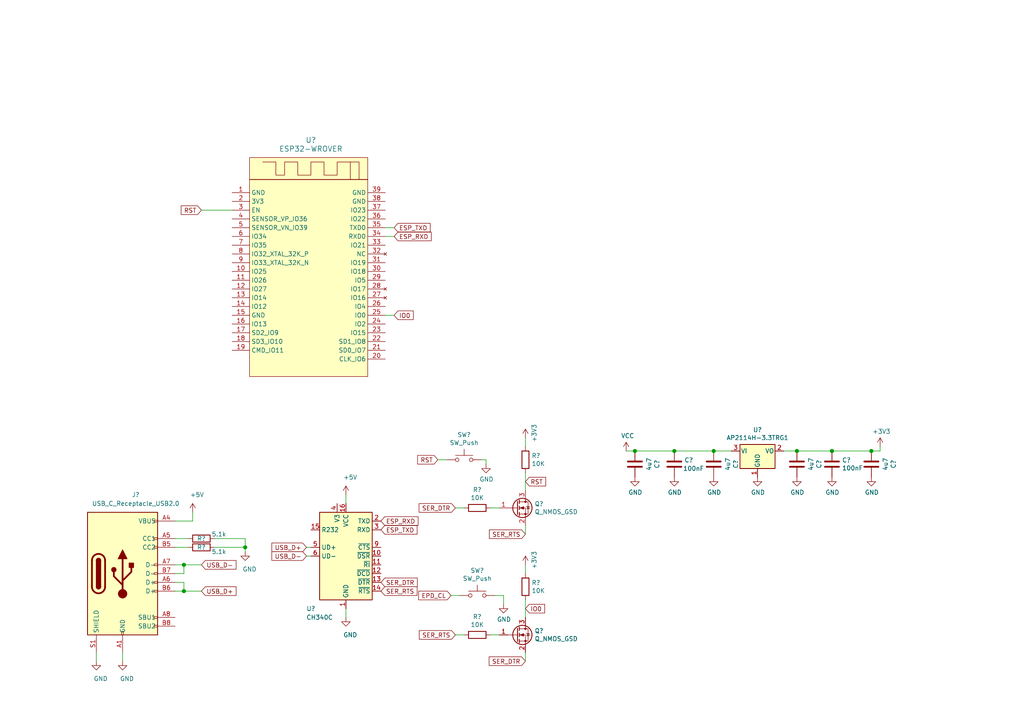
<source format=kicad_sch>
(kicad_sch (version 20200714) (host eeschema "(5.99.0-2782-g683c5b0c0)")
  (page 1 1)
  (paper "A4")
  (lib_symbols
    (symbol "Connector:USB_C_Receptacle_USB2.0"
      (property "Reference" "J" (at -10.16 19.05 0))
      (property "Value" "USB_C_Receptacle_USB2.0" (at 19.05 19.05 0))
      (symbol "USB_C_Receptacle_USB2.0_0_1"
        (arc (start -8.89 -3.81) (end -5.08 -3.81) (radius (at -6.985 -3.81) (length 1.905) (angles -179.9 -0.1)) (stroke (width 0.508)))
        (arc (start -7.62 -3.81) (end -6.35 -3.81) (radius (at -6.985 -3.81) (length 0.635) (angles -179.9 -0.1)) (stroke (width 0.254)))
        (arc (start -7.62 -3.81) (end -6.35 -3.81) (radius (at -6.985 -3.81) (length 0.635) (angles -179.9 -0.1)) (stroke (width 0.254)) (fill (type outline)))
        (arc (start -6.35 3.81) (end -7.62 3.81) (radius (at -6.985 3.81) (length 0.635) (angles 0.1 179.9)) (stroke (width 0.254)) (fill (type outline)))
        (arc (start -6.35 3.81) (end -7.62 3.81) (radius (at -6.985 3.81) (length 0.635) (angles 0.1 179.9)) (stroke (width 0.254)))
        (arc (start -5.08 3.81) (end -8.89 3.81) (radius (at -6.985 3.81) (length 1.905) (angles 0.1 179.9)) (stroke (width 0.508)))
        (circle (center -2.54 1.143) (radius 0.635) (stroke (width 0.254)) (fill (type outline)))
        (circle (center 0 -5.842) (radius 1.27) (fill (type outline)))
        (rectangle (start -10.16 17.78) (end 10.16 -17.78) (stroke (width 0.254)) (fill (type background)))
        (rectangle (start -7.62 -3.81) (end -6.35 3.81) (stroke (width 0.254)) (fill (type outline)))
        (rectangle (start 1.905 1.778) (end 3.175 3.048) (stroke (width 0.254)) (fill (type outline)))
        (polyline (pts (xy -8.89 -3.81) (xy -8.89 3.81)) (stroke (width 0.508)))
        (polyline (pts (xy -5.08 3.81) (xy -5.08 -3.81)) (stroke (width 0.508)))
        (polyline (pts (xy 0 -5.842) (xy 0 4.318)) (stroke (width 0.508)))
        (polyline (pts (xy 0 -3.302) (xy -2.54 -0.762) (xy -2.54 0.508)) (stroke (width 0.508)))
        (polyline (pts (xy 0 -2.032) (xy 2.54 0.508) (xy 2.54 1.778)) (stroke (width 0.508)))
        (polyline (pts (xy -1.27 4.318) (xy 0 6.858) (xy 1.27 4.318) (xy -1.27 4.318)) (stroke (width 0.254)) (fill (type outline)))
      )
      (symbol "USB_C_Receptacle_USB2.0_0_0"
        (rectangle (start -0.254 -17.78) (end 0.254 -16.764))
        (rectangle (start 10.16 -14.986) (end 9.144 -15.494))
        (rectangle (start 10.16 -12.446) (end 9.144 -12.954))
        (rectangle (start 10.16 -4.826) (end 9.144 -5.334))
        (rectangle (start 10.16 -2.286) (end 9.144 -2.794))
        (rectangle (start 10.16 0.254) (end 9.144 -0.254))
        (rectangle (start 10.16 2.794) (end 9.144 2.286))
        (rectangle (start 10.16 7.874) (end 9.144 7.366))
        (rectangle (start 10.16 10.414) (end 9.144 9.906))
        (rectangle (start 10.16 15.494) (end 9.144 14.986))
      )
      (symbol "USB_C_Receptacle_USB2.0_1_1"
        (pin power_in line (at 0 -22.86 90) (length 5.08) (name "GND") (number "A1"))
        (pin passive line (at 0 -22.86 90) (length 5.08) hide (name "GND") (number "A12"))
        (pin power_in line (at 15.24 15.24 180) (length 5.08) (name "VBUS") (number "A4"))
        (pin bidirectional line (at 15.24 10.16 180) (length 5.08) (name "CC1") (number "A5"))
        (pin bidirectional line (at 15.24 -2.54 180) (length 5.08) (name "D+") (number "A6"))
        (pin bidirectional line (at 15.24 2.54 180) (length 5.08) (name "D-") (number "A7"))
        (pin bidirectional line (at 15.24 -12.7 180) (length 5.08) (name "SBU1") (number "A8"))
        (pin passive line (at 15.24 15.24 180) (length 5.08) hide (name "VBUS") (number "A9"))
        (pin passive line (at 0 -22.86 90) (length 5.08) hide (name "GND") (number "B1"))
        (pin passive line (at 0 -22.86 90) (length 5.08) hide (name "GND") (number "B12"))
        (pin passive line (at 15.24 15.24 180) (length 5.08) hide (name "VBUS") (number "B4"))
        (pin bidirectional line (at 15.24 7.62 180) (length 5.08) (name "CC2") (number "B5"))
        (pin bidirectional line (at 15.24 -5.08 180) (length 5.08) (name "D+") (number "B6"))
        (pin bidirectional line (at 15.24 0 180) (length 5.08) (name "D-") (number "B7"))
        (pin bidirectional line (at 15.24 -15.24 180) (length 5.08) (name "SBU2") (number "B8"))
        (pin passive line (at 15.24 15.24 180) (length 5.08) hide (name "VBUS") (number "B9"))
        (pin passive line (at -7.62 -22.86 90) (length 5.08) (name "SHIELD") (number "S1"))
      )
    )
    (symbol "Device:C" (pin_numbers hide) (pin_names (offset 0.254))
      (property "Reference" "C" (at 0.635 2.54 0))
      (property "Value" "C" (at 0.635 -2.54 0))
      (symbol "C_0_1"
        (polyline (pts (xy -2.032 -0.762) (xy 2.032 -0.762)) (stroke (width 0.508)))
        (polyline (pts (xy -2.032 0.762) (xy 2.032 0.762)) (stroke (width 0.508)))
      )
      (symbol "C_1_1"
        (pin passive line (at 0 3.81 270) (length 2.794) (name "~") (number "1"))
        (pin passive line (at 0 -3.81 90) (length 2.794) (name "~") (number "2"))
      )
    )
    (symbol "Device:Q_NMOS_GSD" (pin_names (offset 0) hide)
      (property "Reference" "Q" (at 5.08 1.27 0))
      (property "Value" "Q_NMOS_GSD" (at 5.08 -1.27 0))
      (symbol "Q_NMOS_GSD_0_1"
        (circle (center 1.651 0) (radius 2.794) (stroke (width 0.254)))
        (circle (center 2.54 -1.778) (radius 0.254) (fill (type outline)))
        (circle (center 2.54 1.778) (radius 0.254) (fill (type outline)))
        (polyline (pts (xy 0.254 0) (xy -2.54 0)))
        (polyline (pts (xy 0.254 1.905) (xy 0.254 -1.905)) (stroke (width 0.254)))
        (polyline (pts (xy 0.762 -1.27) (xy 0.762 -2.286)) (stroke (width 0.254)))
        (polyline (pts (xy 0.762 0.508) (xy 0.762 -0.508)) (stroke (width 0.254)))
        (polyline (pts (xy 0.762 2.286) (xy 0.762 1.27)) (stroke (width 0.254)))
        (polyline (pts (xy 2.54 2.54) (xy 2.54 1.778)))
        (polyline (pts (xy 2.54 -2.54) (xy 2.54 0) (xy 0.762 0)))
        (polyline (pts (xy 0.762 -1.778) (xy 3.302 -1.778) (xy 3.302 1.778) (xy 0.762 1.778)))
        (polyline (pts (xy 1.016 0) (xy 2.032 0.381) (xy 2.032 -0.381) (xy 1.016 0)) (fill (type outline)))
        (polyline (pts (xy 2.794 0.508) (xy 2.921 0.381) (xy 3.683 0.381) (xy 3.81 0.254)))
        (polyline (pts (xy 3.302 0.381) (xy 2.921 -0.254) (xy 3.683 -0.254) (xy 3.302 0.381)))
      )
      (symbol "Q_NMOS_GSD_1_1"
        (pin input line (at -5.08 0 0) (length 2.54) (name "G") (number "1"))
        (pin passive line (at 2.54 -5.08 90) (length 2.54) (name "S") (number "2"))
        (pin passive line (at 2.54 5.08 270) (length 2.54) (name "D") (number "3"))
      )
    )
    (symbol "Device:R" (pin_numbers hide) (pin_names (offset 0))
      (property "Reference" "R" (at 2.032 0 90))
      (property "Value" "R" (at 0 0 90))
      (symbol "R_0_1"
        (rectangle (start -1.016 -2.54) (end 1.016 2.54) (stroke (width 0.254)))
      )
      (symbol "R_1_1"
        (pin passive line (at 0 3.81 270) (length 1.27) (name "~") (number "1"))
        (pin passive line (at 0 -3.81 90) (length 1.27) (name "~") (number "2"))
      )
    )
    (symbol "Interface_USB:CH340C" (pin_names (offset 0.508))
      (property "Reference" "U" (at -5.08 13.97 0))
      (property "Value" "CH340C" (at 1.27 13.97 0))
      (symbol "CH340C_0_1"
        (rectangle (start -7.62 12.7) (end 7.62 -12.7) (stroke (width 0.254)) (fill (type background)))
      )
      (symbol "CH340C_1_1"
        (pin power_in line (at 0 -15.24 90) (length 2.54) (name "GND") (number "1"))
        (pin input line (at 10.16 0 180) (length 2.54) (name "~DSR") (number "10"))
        (pin input line (at 10.16 -2.54 180) (length 2.54) (name "~RI") (number "11"))
        (pin input line (at 10.16 -5.08 180) (length 2.54) (name "~DCD") (number "12"))
        (pin output line (at 10.16 -7.62 180) (length 2.54) (name "~DTR") (number "13"))
        (pin output line (at 10.16 -10.16 180) (length 2.54) (name "~RTS") (number "14"))
        (pin input line (at -10.16 7.62 0) (length 2.54) (name "R232") (number "15"))
        (pin power_in line (at 0 15.24 270) (length 2.54) (name "VCC") (number "16"))
        (pin output line (at 10.16 10.16 180) (length 2.54) (name "TXD") (number "2"))
        (pin input line (at 10.16 7.62 180) (length 2.54) (name "RXD") (number "3"))
        (pin passive line (at -2.54 15.24 270) (length 2.54) (name "V3") (number "4"))
        (pin bidirectional line (at -10.16 2.54 0) (length 2.54) (name "UD+") (number "5"))
        (pin bidirectional line (at -10.16 0 0) (length 2.54) (name "UD-") (number "6"))
        (pin unconnected line (at -7.62 -7.62 0) (length 2.54) hide (name "NC") (number "7"))
        (pin unconnected line (at -7.62 -10.16 0) (length 2.54) hide (name "NC") (number "8"))
        (pin input line (at 10.16 2.54 180) (length 2.54) (name "~CTS") (number "9"))
      )
    )
    (symbol "Regulator_Linear:AMS1117-3.3" (pin_names (offset 0.254))
      (property "Reference" "U" (at -3.81 3.175 0))
      (property "Value" "AMS1117-3.3" (at 0 3.175 0))
      (symbol "AMS1117-3.3_0_1"
        (rectangle (start -5.08 -5.08) (end 5.08 1.905) (stroke (width 0.254)) (fill (type background)))
      )
      (symbol "AMS1117-3.3_1_1"
        (pin power_in line (at 0 -7.62 90) (length 2.54) (name "GND") (number "1"))
        (pin power_out line (at 7.62 0 180) (length 2.54) (name "VO") (number "2"))
        (pin power_in line (at -7.62 0 0) (length 2.54) (name "VI") (number "3"))
      )
    )
    (symbol "Switch:SW_Push" (pin_numbers hide) (pin_names hide)
      (property "Reference" "SW" (at 1.27 2.54 0))
      (property "Value" "SW_Push" (at 0 -1.524 0))
      (symbol "SW_Push_0_1"
        (circle (center -2.032 0) (radius 0.508))
        (circle (center 2.032 0) (radius 0.508))
        (polyline (pts (xy 0 1.27) (xy 0 3.048)))
        (polyline (pts (xy 2.54 1.27) (xy -2.54 1.27)))
        (pin passive line (at -5.08 0 0) (length 2.54) (name "1") (number "1"))
        (pin passive line (at 5.08 0 180) (length 2.54) (name "2") (number "2"))
      )
    )
    (symbol "esp32-wrover:ESP32-WROVER"
      (property "Reference" "U" (at -15.24 -33.02 0))
      (property "Value" "ESP32-WROVER" (at 6.35 -33.02 0))
      (symbol "ESP32-WROVER_0_1"
        (rectangle (start -17.78 22.86) (end 16.51 -34.29) (fill (type background)))
        (rectangle (start -17.78 29.21) (end 16.51 22.86) (fill (type background)))
        (polyline (pts (xy 11.43 27.94) (xy 13.97 27.94) (xy 13.97 22.86)))
        (polyline (pts (xy -13.97 27.94) (xy -10.16 27.94) (xy -10.16 24.13) (xy -7.62 24.13) (xy -7.62 27.94) (xy -3.81 27.94) (xy -3.81 24.13) (xy 0 24.13) (xy 0 27.94) (xy 3.81 27.94) (xy 3.81 24.13) (xy 7.62 24.13) (xy 7.62 27.94) (xy 11.43 27.94) (xy 11.43 22.86)))
      )
      (symbol "ESP32-WROVER_1_1"
        (pin power_in line (at -22.86 19.05 0) (length 5.08) (name "GND") (number "1"))
        (pin power_in line (at -22.86 16.51 0) (length 5.08) (name "3V3") (number "2"))
        (pin input line (at -22.86 13.97 0) (length 5.08) (name "EN") (number "3"))
        (pin input line (at -22.86 11.43 0) (length 5.08) (name "SENSOR_VP_IO36") (number "4"))
        (pin input line (at -22.86 8.89 0) (length 5.08) (name "SENSOR_VN_IO39") (number "5"))
        (pin input line (at -22.86 6.35 0) (length 5.08) (name "IO34") (number "6"))
        (pin input line (at -22.86 3.81 0) (length 5.08) (name "IO35") (number "7"))
        (pin bidirectional line (at -22.86 1.27 0) (length 5.08) (name "IO32_XTAL_32K_P") (number "8"))
        (pin bidirectional line (at -22.86 -1.27 0) (length 5.08) (name "IO33_XTAL_32K_N") (number "9"))
        (pin bidirectional line (at -22.86 -3.81 0) (length 5.08) (name "IO25") (number "10"))
        (pin bidirectional line (at 21.59 -29.21 180) (length 5.08) (name "CLK_IO6") (number "20"))
        (pin bidirectional line (at 21.59 -3.81 180) (length 5.08) (name "IO18") (number "30"))
        (pin bidirectional line (at -22.86 -6.35 0) (length 5.08) (name "IO26") (number "11"))
        (pin bidirectional line (at 21.59 -26.67 180) (length 5.08) (name "SD0_IO7") (number "21"))
        (pin bidirectional line (at 21.59 -1.27 180) (length 5.08) (name "IO19") (number "31"))
        (pin bidirectional line (at -22.86 -8.89 0) (length 5.08) (name "IO27") (number "12"))
        (pin bidirectional line (at 21.59 -24.13 180) (length 5.08) (name "SD1_IO8") (number "22"))
        (pin unconnected line (at 21.59 1.27 180) (length 5.08) (name "NC") (number "32"))
        (pin bidirectional line (at -22.86 -11.43 0) (length 5.08) (name "IO14") (number "13"))
        (pin bidirectional line (at 21.59 -21.59 180) (length 5.08) (name "IO15") (number "23"))
        (pin bidirectional line (at 21.59 3.81 180) (length 5.08) (name "IO21") (number "33"))
        (pin bidirectional line (at -22.86 -13.97 0) (length 5.08) (name "IO12") (number "14"))
        (pin bidirectional line (at 21.59 -19.05 180) (length 5.08) (name "IO2") (number "24"))
        (pin input line (at 21.59 6.35 180) (length 5.08) (name "RXD0") (number "34"))
        (pin power_in line (at -22.86 -16.51 0) (length 5.08) (name "GND") (number "15"))
        (pin bidirectional line (at 21.59 -16.51 180) (length 5.08) (name "IO0") (number "25"))
        (pin output line (at 21.59 8.89 180) (length 5.08) (name "TXD0") (number "35"))
        (pin bidirectional line (at -22.86 -19.05 0) (length 5.08) (name "IO13") (number "16"))
        (pin bidirectional line (at 21.59 -13.97 180) (length 5.08) (name "IO4") (number "26"))
        (pin bidirectional line (at 21.59 11.43 180) (length 5.08) (name "IO22") (number "36"))
        (pin bidirectional line (at -22.86 -21.59 0) (length 5.08) (name "SD2_IO9") (number "17"))
        (pin unconnected line (at 21.59 -11.43 180) (length 5.08) (name "IO16") (number "27"))
        (pin bidirectional line (at 21.59 13.97 180) (length 5.08) (name "IO23") (number "37"))
        (pin bidirectional line (at -22.86 -24.13 0) (length 5.08) (name "SD3_IO10") (number "18"))
        (pin unconnected line (at 21.59 -8.89 180) (length 5.08) (name "IO17") (number "28"))
        (pin power_in line (at 21.59 16.51 180) (length 5.08) (name "GND") (number "38"))
        (pin bidirectional line (at -22.86 -26.67 0) (length 5.08) (name "CMD_IO11") (number "19"))
        (pin bidirectional line (at 21.59 -6.35 180) (length 5.08) (name "IO5") (number "29"))
        (pin power_in line (at 21.59 19.05 180) (length 5.08) (name "GND") (number "39"))
      )
    )
    (symbol "power:+3.3V" (power) (pin_names (offset 0))
      (property "Value" "+3.3V" (at 0 3.556 0))
      (symbol "+3.3V_0_1"
        (polyline (pts (xy -0.762 1.27) (xy 0 2.54)))
        (polyline (pts (xy 0 0) (xy 0 2.54)))
        (polyline (pts (xy 0 2.54) (xy 0.762 1.27)))
      )
      (symbol "+3.3V_1_1"
        (pin power_in line (at 0 0 90) (length 0) hide (name "+3V3") (number "1"))
      )
    )
    (symbol "power:+5V" (power) (pin_names (offset 0))
      (property "Value" "+5V" (at 0 3.556 0))
      (symbol "+5V_0_1"
        (polyline (pts (xy -0.762 1.27) (xy 0 2.54)))
        (polyline (pts (xy 0 0) (xy 0 2.54)))
        (polyline (pts (xy 0 2.54) (xy 0.762 1.27)))
      )
      (symbol "+5V_1_1"
        (pin power_in line (at 0 0 90) (length 0) hide (name "+5V") (number "1"))
      )
    )
    (symbol "power:GND" (power) (pin_names (offset 0))
      (property "Value" "GND" (at 0 -3.81 0))
      (symbol "GND_0_1"
        (polyline (pts (xy 0 0) (xy 0 -1.27) (xy 1.27 -1.27) (xy 0 -2.54) (xy -1.27 -1.27) (xy 0 -1.27)))
      )
      (symbol "GND_1_1"
        (pin power_in line (at 0 0 270) (length 0) hide (name "GND") (number "1"))
      )
    )
    (symbol "power:VCC" (power) (pin_names (offset 0))
      (property "Value" "VCC" (at 0 3.81 0))
      (symbol "VCC_0_1"
        (polyline (pts (xy -0.762 1.27) (xy 0 2.54)))
        (polyline (pts (xy 0 0) (xy 0 2.54)))
        (polyline (pts (xy 0 2.54) (xy 0.762 1.27)))
      )
      (symbol "VCC_1_1"
        (pin power_in line (at 0 0 90) (length 0) hide (name "VCC") (number "1"))
      )
    )
  )
  (junction (at 53.34 163.83) (diameter 1.016))
  (junction (at 53.34 171.45) (diameter 1.016))
  (junction (at 71.12 158.75) (diameter 1.016))
  (junction (at 184.15 130.81) (diameter 1.016))
  (junction (at 195.58 130.81) (diameter 1.016))
  (junction (at 207.01 130.81) (diameter 1.016))
  (junction (at 231.14 130.81) (diameter 1.016))
  (junction (at 241.3 130.81) (diameter 1.016))
  (junction (at 252.73 130.81) (diameter 1.016))
  (wire (pts (xy 27.94 189.23) (xy 27.94 191.77)))
  (wire (pts (xy 35.56 189.23) (xy 35.56 191.77)))
  (wire (pts (xy 50.8 151.13) (xy 55.88 151.13)))
  (wire (pts (xy 50.8 156.21) (xy 54.61 156.21)))
  (wire (pts (xy 50.8 158.75) (xy 54.61 158.75)))
  (wire (pts (xy 50.8 163.83) (xy 53.34 163.83)))
  (wire (pts (xy 50.8 166.37) (xy 53.34 166.37)))
  (wire (pts (xy 50.8 168.91) (xy 53.34 168.91)))
  (wire (pts (xy 50.8 171.45) (xy 53.34 171.45)))
  (wire (pts (xy 53.34 163.83) (xy 58.42 163.83)))
  (wire (pts (xy 53.34 166.37) (xy 53.34 163.83)))
  (wire (pts (xy 53.34 168.91) (xy 53.34 171.45)))
  (wire (pts (xy 53.34 171.45) (xy 58.42 171.45)))
  (wire (pts (xy 55.88 151.13) (xy 55.88 148.59)))
  (wire (pts (xy 58.42 60.96) (xy 67.31 60.96)))
  (wire (pts (xy 62.23 156.21) (xy 71.12 156.21)))
  (wire (pts (xy 71.12 156.21) (xy 71.12 158.75)))
  (wire (pts (xy 71.12 158.75) (xy 62.23 158.75)))
  (wire (pts (xy 71.12 160.02) (xy 71.12 158.75)))
  (wire (pts (xy 88.9 158.75) (xy 90.17 158.75)))
  (wire (pts (xy 88.9 161.29) (xy 90.17 161.29)))
  (wire (pts (xy 100.33 143.51) (xy 100.33 146.05)))
  (wire (pts (xy 100.33 176.53) (xy 100.33 179.07)))
  (wire (pts (xy 111.76 66.04) (xy 114.3 66.04)))
  (wire (pts (xy 111.76 68.58) (xy 114.3 68.58)))
  (wire (pts (xy 111.76 91.44) (xy 114.3 91.44)))
  (wire (pts (xy 129.54 133.35) (xy 127 133.35)))
  (wire (pts (xy 130.81 172.72) (xy 133.35 172.72)))
  (wire (pts (xy 134.62 147.32) (xy 132.08 147.32)))
  (wire (pts (xy 134.62 184.15) (xy 132.08 184.15)))
  (wire (pts (xy 140.97 133.35) (xy 139.7 133.35)))
  (wire (pts (xy 140.97 134.62) (xy 140.97 133.35)))
  (wire (pts (xy 142.24 147.32) (xy 144.78 147.32)))
  (wire (pts (xy 143.51 172.72) (xy 146.05 172.72)))
  (wire (pts (xy 144.78 184.15) (xy 142.24 184.15)))
  (wire (pts (xy 146.05 172.72) (xy 146.05 175.26)))
  (wire (pts (xy 152.4 129.54) (xy 152.4 127)))
  (wire (pts (xy 152.4 137.16) (xy 152.4 142.24)))
  (wire (pts (xy 152.4 154.94) (xy 152.4 152.4)))
  (wire (pts (xy 152.4 163.83) (xy 152.4 166.37)))
  (wire (pts (xy 152.4 173.99) (xy 152.4 179.07)))
  (wire (pts (xy 152.4 191.77) (xy 152.4 189.23)))
  (wire (pts (xy 184.15 130.81) (xy 181.61 130.81)))
  (wire (pts (xy 195.58 130.81) (xy 184.15 130.81)))
  (wire (pts (xy 207.01 130.81) (xy 195.58 130.81)))
  (wire (pts (xy 212.09 130.81) (xy 207.01 130.81)))
  (wire (pts (xy 227.33 130.81) (xy 231.14 130.81)))
  (wire (pts (xy 241.3 130.81) (xy 231.14 130.81)))
  (wire (pts (xy 252.73 130.81) (xy 241.3 130.81)))
  (wire (pts (xy 252.73 130.81) (xy 255.27 130.81)))
  (wire (pts (xy 255.27 130.81) (xy 255.27 129.54)))
  (global_label "RST" (shape input) (at 58.42 60.96 180))
  (global_label "USB_D-" (shape input) (at 58.42 163.83 0))
  (global_label "USB_D+" (shape input) (at 58.42 171.45 0))
  (global_label "USB_D+" (shape input) (at 88.9 158.75 180))
  (global_label "USB_D-" (shape input) (at 88.9 161.29 180))
  (global_label "ESP_RXD" (shape input) (at 110.49 151.13 0))
  (global_label "ESP_TXD" (shape input) (at 110.49 153.67 0))
  (global_label "SER_DTR" (shape input) (at 110.49 168.91 0))
  (global_label "SER_RTS" (shape input) (at 110.49 171.45 0))
  (global_label "ESP_TXD" (shape input) (at 114.3 66.04 0))
  (global_label "ESP_RXD" (shape input) (at 114.3 68.58 0))
  (global_label "IO0" (shape input) (at 114.3 91.44 0))
  (global_label "RST" (shape input) (at 127 133.35 180))
  (global_label "EPD_CL" (shape input) (at 130.81 172.72 180))
  (global_label "SER_DTR" (shape input) (at 132.08 147.32 180))
  (global_label "SER_RTS" (shape input) (at 132.08 184.15 180))
  (global_label "RST" (shape input) (at 152.4 139.7 0))
  (global_label "SER_RTS" (shape input) (at 152.4 154.94 180))
  (global_label "IO0" (shape input) (at 152.4 176.53 0))
  (global_label "SER_DTR" (shape input) (at 152.4 191.77 180))
  (symbol (lib_id "power:+5V") (at 55.88 148.59 0) (unit 1)
    (property "Reference" "#PWR?" (effects hide))
    (property "Value" "+5V" (at 57.15 143.51 0))
  )
  (symbol (lib_id "power:+5V") (at 100.33 143.51 0) (unit 1)
    (property "Reference" "#PWR?" (effects hide))
    (property "Value" "+5V" (at 101.6 138.43 0))
  )
  (symbol (lib_id "power:+3.3V") (at 152.4 127 0) (unit 1)
    (property "Reference" "#PWR?" (effects hide))
    (property "Value" "+3.3V" (at 154.94 128.27 90) (effects (justify left)))
  )
  (symbol (lib_id "power:+3.3V") (at 152.4 163.83 0) (unit 1)
    (property "Reference" "#PWR?" (effects hide))
    (property "Value" "+3.3V" (at 154.94 165.1 90) (effects (justify left)))
  )
  (symbol (lib_id "power:VCC") (at 181.61 130.81 0) (unit 1)
    (property "Reference" "#PWR?" (effects hide))
    (property "Value" "VCC" (at 182.0418 126.4158 0))
  )
  (symbol (lib_id "power:+3.3V") (at 255.27 129.54 0) (unit 1)
    (property "Reference" "#PWR?" (effects hide))
    (property "Value" "+3.3V" (at 255.651 125.1458 0))
  )
  (symbol (lib_id "power:GND") (at 27.94 191.77 0) (unit 1)
    (property "Reference" "#PWR?" (effects hide))
    (property "Value" "GND" (at 29.21 196.85 0))
  )
  (symbol (lib_id "power:GND") (at 35.56 191.77 0) (unit 1)
    (property "Reference" "#PWR?" (effects hide))
    (property "Value" "GND" (at 36.83 196.85 0))
  )
  (symbol (lib_id "power:GND") (at 71.12 160.02 0) (unit 1)
    (property "Reference" "#PWR?" (effects hide))
    (property "Value" "GND" (at 72.39 165.1 0))
  )
  (symbol (lib_id "power:GND") (at 100.33 179.07 0) (unit 1)
    (property "Reference" "#PWR?" (effects hide))
    (property "Value" "GND" (at 101.6 184.15 0))
  )
  (symbol (lib_id "power:GND") (at 140.97 134.62 0) (unit 1)
    (property "Reference" "#PWR?" (effects hide))
    (property "Value" "GND" (at 141.097 139.0142 0))
  )
  (symbol (lib_id "power:GND") (at 146.05 175.26 0) (unit 1)
    (property "Reference" "#PWR?" (effects hide))
    (property "Value" "GND" (at 146.177 179.6542 0))
  )
  (symbol (lib_id "power:GND") (at 184.15 138.43 0) (unit 1)
    (property "Reference" "#PWR?" (effects hide))
    (property "Value" "GND" (at 184.277 142.8242 0))
  )
  (symbol (lib_id "power:GND") (at 195.58 138.43 0) (unit 1)
    (property "Reference" "#PWR?" (effects hide))
    (property "Value" "GND" (at 195.707 142.8242 0))
  )
  (symbol (lib_id "power:GND") (at 207.01 138.43 0) (unit 1)
    (property "Reference" "#PWR?" (effects hide))
    (property "Value" "GND" (at 207.137 142.8242 0))
  )
  (symbol (lib_id "power:GND") (at 219.71 138.43 0) (unit 1)
    (property "Reference" "#PWR?" (effects hide))
    (property "Value" "GND" (at 219.837 142.8242 0))
  )
  (symbol (lib_id "power:GND") (at 231.14 138.43 0) (unit 1)
    (property "Reference" "#PWR?" (effects hide))
    (property "Value" "GND" (at 231.267 142.8242 0))
  )
  (symbol (lib_id "power:GND") (at 241.3 138.43 0) (unit 1)
    (property "Reference" "#PWR?" (effects hide))
    (property "Value" "GND" (at 241.427 142.8242 0))
  )
  (symbol (lib_id "power:GND") (at 252.73 138.43 0) (unit 1)
    (property "Reference" "#PWR?" (effects hide))
    (property "Value" "GND" (at 252.857 142.8242 0))
  )
  (symbol (lib_id "Device:R") (at 58.42 156.21 270) (unit 1)
    (property "Reference" "R?" (at 58.42 156.21 90))
    (property "Value" "5.1k" (at 63.5 154.94 90))
  )
  (symbol (lib_id "Device:R") (at 58.42 158.75 90) (unit 1)
    (property "Reference" "R?" (at 58.42 158.75 90))
    (property "Value" "5.1k" (at 63.5 160.02 90))
  )
  (symbol (lib_id "Device:R") (at 138.43 147.32 270) (unit 1)
    (property "Reference" "R?" (at 138.43 142.0622 90))
    (property "Value" "10K" (at 138.43 144.3736 90))
    (property "Footprint" "Resistor_SMD:R_0805_2012Metric" (effects hide))
  )
  (symbol (lib_id "Device:R") (at 138.43 184.15 270) (unit 1)
    (property "Reference" "R?" (at 138.43 178.8922 90))
    (property "Value" "10K" (at 138.43 181.2036 90))
    (property "Footprint" "Resistor_SMD:R_0805_2012Metric" (effects hide))
  )
  (symbol (lib_id "Device:R") (at 152.4 133.35 180) (unit 1)
    (property "Reference" "R?" (at 154.178 132.1816 0) (effects (justify right)))
    (property "Value" "10K" (at 154.178 134.493 0) (effects (justify right)))
    (property "Footprint" "Resistor_SMD:R_0805_2012Metric" (effects hide))
  )
  (symbol (lib_id "Device:R") (at 152.4 170.18 180) (unit 1)
    (property "Reference" "R?" (at 154.178 169.0116 0) (effects (justify right)))
    (property "Value" "10K" (at 154.178 171.323 0) (effects (justify right)))
    (property "Footprint" "Resistor_SMD:R_0805_2012Metric" (effects hide))
  )
  (symbol (lib_id "Device:C") (at 184.15 134.62 180) (unit 1)
    (property "Reference" "C?" (at 190.5508 134.62 90))
    (property "Value" "4u7" (at 188.2394 134.62 90))
    (property "Footprint" "Capacitor_SMD:C_0805_2012Metric" (effects hide))
  )
  (symbol (lib_id "Device:C") (at 195.58 134.62 180) (unit 1)
    (property "Reference" "C?" (at 198.501 133.4516 0) (effects (justify right)))
    (property "Value" "100nF" (at 198.12 135.89 0) (effects (justify right)))
    (property "Footprint" "Capacitor_SMD:C_0805_2012Metric" (effects hide))
  )
  (symbol (lib_id "Device:C") (at 207.01 134.62 180) (unit 1)
    (property "Reference" "C?" (at 213.4108 134.62 90))
    (property "Value" "4u7" (at 211.0994 134.62 90))
    (property "Footprint" "Capacitor_SMD:C_0805_2012Metric" (effects hide))
  )
  (symbol (lib_id "Device:C") (at 231.14 134.62 180) (unit 1)
    (property "Reference" "C?" (at 237.5408 134.62 90))
    (property "Value" "4u7" (at 235.2294 134.62 90))
    (property "Footprint" "Capacitor_SMD:C_0805_2012Metric" (effects hide))
  )
  (symbol (lib_id "Device:C") (at 241.3 134.62 180) (unit 1)
    (property "Reference" "C?" (at 244.221 133.4516 0) (effects (justify right)))
    (property "Value" "100nF" (at 244.221 135.763 0) (effects (justify right)))
    (property "Footprint" "Capacitor_SMD:C_0805_2012Metric" (effects hide))
  )
  (symbol (lib_id "Device:C") (at 252.73 134.62 180) (unit 1)
    (property "Reference" "C?" (at 259.1308 134.62 90))
    (property "Value" "4u7" (at 256.8194 134.62 90))
    (property "Footprint" "Capacitor_SMD:C_0805_2012Metric" (effects hide))
  )
  (symbol (lib_id "Switch:SW_Push") (at 134.62 133.35 0) (unit 1)
    (property "Reference" "SW?" (at 134.62 126.111 0))
    (property "Value" "SW_Push" (at 134.62 128.4224 0))
    (property "Footprint" "Button_Switch_SMD:SW_Push_1P1T_NO_6x6mm_H9.5mm" (effects hide))
  )
  (symbol (lib_id "Switch:SW_Push") (at 138.43 172.72 0) (unit 1)
    (property "Reference" "SW?" (at 138.43 165.481 0))
    (property "Value" "SW_Push" (at 138.43 167.7924 0))
    (property "Footprint" "Button_Switch_SMD:SW_Push_1P1T_NO_6x6mm_H9.5mm" (effects hide))
  )
  (symbol (lib_id "Device:Q_NMOS_GSD") (at 149.86 147.32 0) (unit 1)
    (property "Reference" "Q?" (at 155.0416 146.1516 0) (effects (justify left)))
    (property "Value" "Q_NMOS_GSD" (at 155.0416 148.463 0) (effects (justify left)))
    (property "Footprint" "Package_TO_SOT_SMD:SOT-23" (effects hide))
  )
  (symbol (lib_id "Device:Q_NMOS_GSD") (at 149.86 184.15 0) (unit 1)
    (property "Reference" "Q?" (at 155.0416 182.9816 0) (effects (justify left)))
    (property "Value" "Q_NMOS_GSD" (at 155.0416 185.293 0) (effects (justify left)))
    (property "Footprint" "Package_TO_SOT_SMD:SOT-23" (effects hide))
  )
  (symbol (lib_id "Regulator_Linear:AMS1117-3.3") (at 219.71 130.81 0) (unit 1)
    (property "Reference" "U?" (at 219.71 124.6632 0))
    (property "Value" "AP2114H-3.3TRG1" (at 219.71 126.9746 0))
    (property "Footprint" "Package_TO_SOT_SMD:SOT-223-3_TabPin2" (effects hide))
    (property "Datasheet" "http://www.advanced-monolithic.com/pdf/ds1117.pdf" (effects hide))
  )
  (symbol (lib_id "Interface_USB:CH340C") (at 100.33 161.29 0) (unit 1)
    (property "Reference" "U?" (at 90.17 176.53 0))
    (property "Value" "CH340C" (at 92.71 179.07 0))
    (property "Footprint" "Package_SO:SOIC-16_3.9x9.9mm_P1.27mm" (effects hide))
    (property "Datasheet" "https://datasheet.lcsc.com/szlcsc/Jiangsu-Qin-Heng-CH340C_C84681.pdf" (effects hide))
  )
  (symbol (lib_id "Connector:USB_C_Receptacle_USB2.0") (at 35.56 166.37 0) (unit 1)
    (property "Reference" "J?" (at 39.37 143.51 0))
    (property "Value" "USB_C_Receptacle_USB2.0" (at 39.37 146.05 0))
    (property "Datasheet" "https://www.usb.org/sites/default/files/documents/usb_type-c.zip" (effects hide))
  )
  (symbol (lib_id "esp32-wrover:ESP32-WROVER") (at 90.17 74.93 0) (unit 1)
    (property "Reference" "U?" (at 90.17 40.64 0) (effects (font (size 1.524 1.524))))
    (property "Value" "ESP32-WROVER" (at 90.17 43.18 0) (effects (font (size 1.524 1.524))))
  )
)
</source>
